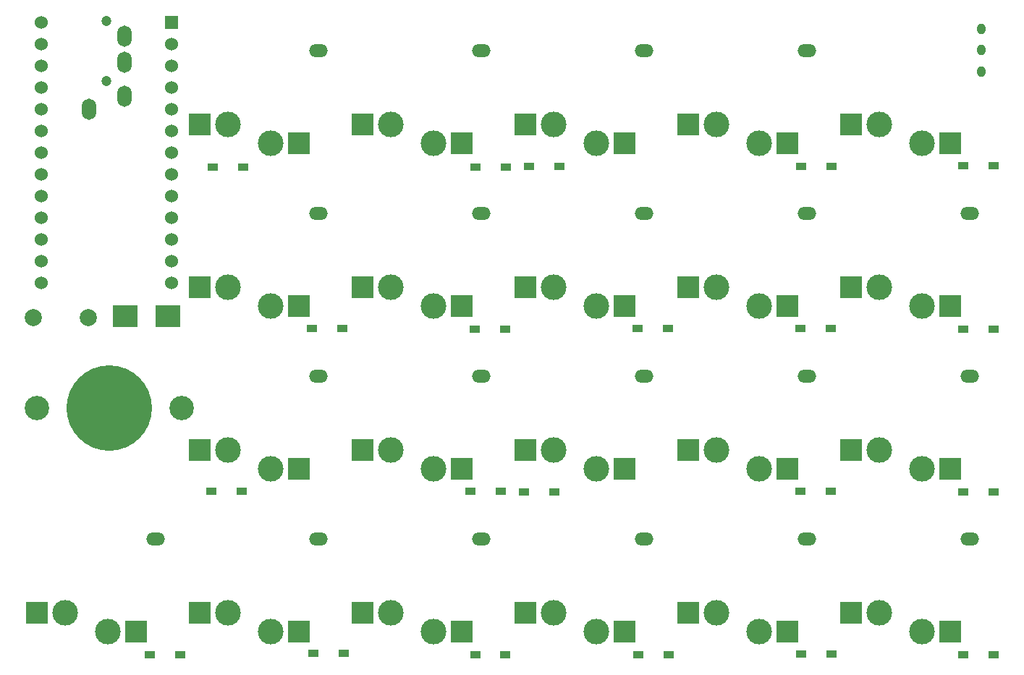
<source format=gbr>
%TF.GenerationSoftware,KiCad,Pcbnew,7.0.8*%
%TF.CreationDate,2024-10-11T08:25:22+09:00*%
%TF.ProjectId,cool642r,636f6f6c-3634-4327-922e-6b696361645f,rev?*%
%TF.SameCoordinates,Original*%
%TF.FileFunction,Soldermask,Bot*%
%TF.FilePolarity,Negative*%
%FSLAX46Y46*%
G04 Gerber Fmt 4.6, Leading zero omitted, Abs format (unit mm)*
G04 Created by KiCad (PCBNEW 7.0.8) date 2024-10-11 08:25:22*
%MOMM*%
%LPD*%
G01*
G04 APERTURE LIST*
%ADD10C,3.000000*%
%ADD11O,2.200000X1.500000*%
%ADD12R,2.600000X2.600000*%
%ADD13C,1.200000*%
%ADD14O,1.700000X2.500000*%
%ADD15R,1.300000X0.950000*%
%ADD16O,1.000000X1.300000*%
%ADD17C,2.000000*%
%ADD18R,3.000000X2.600000*%
%ADD19C,2.850000*%
%ADD20C,10.000000*%
%ADD21C,1.524000*%
%ADD22R,1.524000X1.524000*%
G04 APERTURE END LIST*
D10*
%TO.C,SW26*%
X109300000Y-41800000D03*
X114300000Y-44000000D03*
D11*
X119850000Y-33100000D03*
D12*
X106000000Y-41800000D03*
X117600000Y-44000000D03*
%TD*%
D10*
%TO.C,SW38*%
X147400000Y-60850000D03*
X152400000Y-63050000D03*
D11*
X157950000Y-52150000D03*
D12*
X144100000Y-60850000D03*
X155700000Y-63050000D03*
%TD*%
D13*
%TO.C,J1*%
X95120000Y8430000D03*
X95120000Y1430000D03*
D14*
X93020000Y-1870000D03*
X97220000Y6630000D03*
X97220000Y3630000D03*
X97220000Y-370000D03*
%TD*%
D15*
%TO.C,D10*%
X195305000Y-8510000D03*
X198855000Y-8510000D03*
%TD*%
D10*
%TO.C,SW10*%
X185500000Y-3700000D03*
X190500000Y-5900000D03*
D12*
X182200000Y-3700000D03*
X193800000Y-5900000D03*
%TD*%
D15*
%TO.C,D19*%
X176255000Y-27590000D03*
X179805000Y-27590000D03*
%TD*%
%TO.C,D17*%
X138175000Y-27600000D03*
X141725000Y-27600000D03*
%TD*%
D10*
%TO.C,SW6*%
X109300000Y-3700000D03*
X114300000Y-5900000D03*
D11*
X119850000Y5000000D03*
D12*
X106000000Y-3700000D03*
X117600000Y-5900000D03*
%TD*%
D15*
%TO.C,D20*%
X195305000Y-27600000D03*
X198855000Y-27600000D03*
%TD*%
D10*
%TO.C,SW9*%
X166450000Y-3700000D03*
X171450000Y-5900000D03*
D11*
X177000000Y5000000D03*
D12*
X163150000Y-3700000D03*
X174750000Y-5900000D03*
%TD*%
D15*
%TO.C,D6*%
X107510000Y-8670000D03*
X111060000Y-8670000D03*
%TD*%
D16*
%TO.C,SW42*%
X197480000Y7510000D03*
X197480000Y5010000D03*
X197480000Y2510000D03*
%TD*%
D10*
%TO.C,SW37*%
X128350000Y-60850000D03*
X133350000Y-63050000D03*
D11*
X138900000Y-52150000D03*
D12*
X125050000Y-60850000D03*
X136650000Y-63050000D03*
%TD*%
D10*
%TO.C,SW7*%
X128350000Y-3700000D03*
X133350000Y-5900000D03*
D11*
X138900000Y5000000D03*
D12*
X125050000Y-3700000D03*
X136650000Y-5900000D03*
%TD*%
D10*
%TO.C,SW36*%
X109300000Y-60850000D03*
X114300000Y-63050000D03*
D11*
X119850000Y-52150000D03*
D12*
X106000000Y-60850000D03*
X117600000Y-63050000D03*
%TD*%
D15*
%TO.C,D26*%
X107365000Y-46600000D03*
X110915000Y-46600000D03*
%TD*%
D17*
%TO.C,SW41*%
X92990000Y-26300000D03*
X86490000Y-26300000D03*
%TD*%
D15*
%TO.C,D39*%
X176345000Y-65640000D03*
X179895000Y-65640000D03*
%TD*%
%TO.C,D18*%
X157225000Y-27590000D03*
X160775000Y-27590000D03*
%TD*%
D10*
%TO.C,SW39*%
X166450000Y-60850000D03*
X171450000Y-63050000D03*
D11*
X177000000Y-52150000D03*
D12*
X163150000Y-60850000D03*
X174750000Y-63050000D03*
%TD*%
D10*
%TO.C,SW20*%
X185500000Y-22750000D03*
X190500000Y-24950000D03*
D11*
X196050000Y-14050000D03*
D12*
X182200000Y-22750000D03*
X193800000Y-24950000D03*
%TD*%
D15*
%TO.C,D35*%
X100205000Y-65710000D03*
X103755000Y-65710000D03*
%TD*%
D10*
%TO.C,SW19*%
X166450000Y-22750000D03*
X171450000Y-24950000D03*
D11*
X177000000Y-14050000D03*
D12*
X163150000Y-22750000D03*
X174750000Y-24950000D03*
%TD*%
D15*
%TO.C,D29*%
X176315000Y-46610000D03*
X179865000Y-46610000D03*
%TD*%
%TO.C,D38*%
X157285000Y-65750000D03*
X160835000Y-65750000D03*
%TD*%
%TO.C,D9*%
X176335000Y-8580000D03*
X179885000Y-8580000D03*
%TD*%
%TO.C,D8*%
X144540000Y-8620000D03*
X148090000Y-8620000D03*
%TD*%
%TO.C,D27*%
X137690000Y-46560000D03*
X141240000Y-46560000D03*
%TD*%
D10*
%TO.C,SW27*%
X128350000Y-41800000D03*
X133350000Y-44000000D03*
D11*
X138900000Y-33100000D03*
D12*
X125050000Y-41800000D03*
X136650000Y-44000000D03*
%TD*%
D15*
%TO.C,D36*%
X119265000Y-65560000D03*
X122815000Y-65560000D03*
%TD*%
D10*
%TO.C,SW16*%
X109300000Y-22750000D03*
X114300000Y-24950000D03*
D11*
X119850000Y-14050000D03*
D12*
X106000000Y-22750000D03*
X117600000Y-24950000D03*
%TD*%
D15*
%TO.C,D16*%
X119105000Y-27570000D03*
X122655000Y-27570000D03*
%TD*%
%TO.C,D37*%
X138225000Y-65750000D03*
X141775000Y-65750000D03*
%TD*%
%TO.C,D30*%
X195365000Y-46700000D03*
X198915000Y-46700000D03*
%TD*%
%TO.C,D40*%
X195355000Y-65700000D03*
X198905000Y-65700000D03*
%TD*%
D10*
%TO.C,SW29*%
X166450000Y-41800000D03*
X171450000Y-44000000D03*
D11*
X177000000Y-33100000D03*
D12*
X163150000Y-41800000D03*
X174750000Y-44000000D03*
%TD*%
D10*
%TO.C,SW8*%
X147400000Y-3700000D03*
X152400000Y-5900000D03*
D11*
X157950000Y5000000D03*
D12*
X144100000Y-3700000D03*
X155700000Y-5900000D03*
%TD*%
D10*
%TO.C,SW30*%
X185500000Y-41800000D03*
X190500000Y-44000000D03*
D11*
X196050000Y-33100000D03*
D12*
X182200000Y-41800000D03*
X193800000Y-44000000D03*
%TD*%
D10*
%TO.C,SW35*%
X90250000Y-60850000D03*
X95250000Y-63050000D03*
D11*
X100800000Y-52150000D03*
D12*
X86950000Y-60850000D03*
X98550000Y-63050000D03*
%TD*%
D10*
%TO.C,SW18*%
X147400000Y-22750000D03*
X152400000Y-24950000D03*
D11*
X157950000Y-14050000D03*
D12*
X144100000Y-22750000D03*
X155700000Y-24950000D03*
%TD*%
D15*
%TO.C,D28*%
X143955000Y-46670000D03*
X147505000Y-46670000D03*
%TD*%
D10*
%TO.C,SW40*%
X185500000Y-60850000D03*
X190500000Y-63050000D03*
D11*
X196050000Y-52150000D03*
D12*
X182200000Y-60850000D03*
X193800000Y-63050000D03*
%TD*%
D10*
%TO.C,SW28*%
X147400000Y-41800000D03*
X152400000Y-44000000D03*
D11*
X157950000Y-33100000D03*
D12*
X144100000Y-41800000D03*
X155700000Y-44000000D03*
%TD*%
D15*
%TO.C,D7*%
X138235000Y-8640000D03*
X141785000Y-8640000D03*
%TD*%
D10*
%TO.C,SW17*%
X128350000Y-22750000D03*
X133350000Y-24950000D03*
D11*
X138900000Y-14050000D03*
D12*
X125050000Y-22750000D03*
X136650000Y-24950000D03*
%TD*%
D18*
%TO.C,C1*%
X102320000Y-26150000D03*
X97320000Y-26150000D03*
%TD*%
D19*
%TO.C,BT1*%
X86950000Y-36900000D03*
X103850000Y-36900000D03*
D20*
X95400000Y-36900000D03*
%TD*%
D21*
%TO.C,U2*%
X87497200Y5680000D03*
X87497200Y3140000D03*
X87497200Y600000D03*
X87497200Y-1940000D03*
X87497200Y-4480000D03*
X87497200Y-7020000D03*
X87497200Y-9560000D03*
X87497200Y-12100000D03*
X87497200Y-14640000D03*
X87497200Y-17180000D03*
X87497200Y-19720000D03*
X87497200Y-22260000D03*
X102717200Y-22260000D03*
X102717200Y-19720000D03*
X102717200Y-17180000D03*
X102717200Y-14640000D03*
X102717200Y-12100000D03*
X102717200Y-9560000D03*
X102717200Y-7020000D03*
X102717200Y-4480000D03*
X102717200Y-1940000D03*
X102717200Y600000D03*
X102717200Y3140000D03*
X102717200Y5680000D03*
D22*
X102717200Y8220000D03*
D21*
X87497200Y8220000D03*
%TD*%
M02*

</source>
